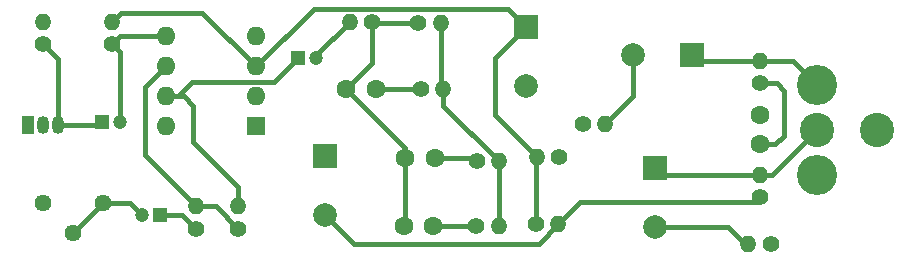
<source format=gbr>
%TF.GenerationSoftware,KiCad,Pcbnew,(6.0.0-0)*%
%TF.CreationDate,2023-11-25T22:11:59-05:00*%
%TF.ProjectId,pinker2,70696e6b-6572-4322-9e6b-696361645f70,rev?*%
%TF.SameCoordinates,Original*%
%TF.FileFunction,Copper,L1,Top*%
%TF.FilePolarity,Positive*%
%FSLAX46Y46*%
G04 Gerber Fmt 4.6, Leading zero omitted, Abs format (unit mm)*
G04 Created by KiCad (PCBNEW (6.0.0-0)) date 2023-11-25 22:11:59*
%MOMM*%
%LPD*%
G01*
G04 APERTURE LIST*
%TA.AperFunction,ComponentPad*%
%ADD10C,1.440000*%
%TD*%
%TA.AperFunction,ComponentPad*%
%ADD11O,1.600000X1.600000*%
%TD*%
%TA.AperFunction,ComponentPad*%
%ADD12R,1.600000X1.600000*%
%TD*%
%TA.AperFunction,ComponentPad*%
%ADD13C,1.400000*%
%TD*%
%TA.AperFunction,ComponentPad*%
%ADD14O,1.400000X1.400000*%
%TD*%
%TA.AperFunction,ComponentPad*%
%ADD15C,3.400000*%
%TD*%
%TA.AperFunction,ComponentPad*%
%ADD16C,2.900000*%
%TD*%
%TA.AperFunction,ComponentPad*%
%ADD17C,1.600000*%
%TD*%
%TA.AperFunction,ComponentPad*%
%ADD18O,1.050000X1.500000*%
%TD*%
%TA.AperFunction,ComponentPad*%
%ADD19R,1.050000X1.500000*%
%TD*%
%TA.AperFunction,ComponentPad*%
%ADD20R,2.000000X2.000000*%
%TD*%
%TA.AperFunction,ComponentPad*%
%ADD21C,2.000000*%
%TD*%
%TA.AperFunction,ComponentPad*%
%ADD22C,1.200000*%
%TD*%
%TA.AperFunction,ComponentPad*%
%ADD23R,1.200000X1.200000*%
%TD*%
%TA.AperFunction,Conductor*%
%ADD24C,0.400000*%
%TD*%
G04 APERTURE END LIST*
D10*
%TO.P,R17,3,3*%
%TO.N,Earth*%
X128270000Y-102727000D03*
%TO.P,R17,2,2*%
%TO.N,Net-(C10-Pad2)*%
X130810000Y-105267000D03*
%TO.P,R17,1,1*%
X133350000Y-102727000D03*
%TD*%
D11*
%TO.P,U1,8,V+*%
%TO.N,Net-(C5-Pad2)*%
X138674000Y-96256000D03*
%TO.P,U1,4,V-*%
%TO.N,Earth*%
X146294000Y-88636000D03*
%TO.P,U1,7*%
%TO.N,Net-(C1-Pad1)*%
X138674000Y-93716000D03*
%TO.P,U1,3,+*%
%TO.N,Net-(C11-Pad1)*%
X146294000Y-91176000D03*
%TO.P,U1,6,-*%
%TO.N,Net-(R3-Pad2)*%
X138674000Y-91176000D03*
%TO.P,U1,2,-*%
%TO.N,Net-(C2-Pad2)*%
X146294000Y-93716000D03*
%TO.P,U1,5,+*%
%TO.N,Net-(C9-Pad2)*%
X138674000Y-88636000D03*
D12*
%TO.P,U1,1*%
%TO.N,Net-(R10-Pad2)*%
X146294000Y-96256000D03*
%TD*%
D13*
%TO.P,R11,1*%
%TO.N,Net-(C2-Pad2)*%
X160024000Y-87503000D03*
D14*
%TO.P,R11,2*%
%TO.N,Net-(R10-Pad2)*%
X161924000Y-87503000D03*
%TD*%
D15*
%TO.P,J1,1*%
%TO.N,Earth*%
X193810000Y-100330000D03*
%TO.P,J1,2*%
%TO.N,Net-(C6-Pad1)*%
X193810000Y-92710000D03*
D16*
%TO.P,J1,3*%
%TO.N,Net-(C8-Pad1)*%
X193810000Y-96520000D03*
%TO.P,J1,G*%
%TO.N,N/C*%
X198890000Y-96520000D03*
%TD*%
D14*
%TO.P,R3,2*%
%TO.N,Net-(R3-Pad2)*%
X141224000Y-103002000D03*
D13*
%TO.P,R3,1*%
%TO.N,Net-(C10-Pad1)*%
X141224000Y-104902000D03*
%TD*%
D17*
%TO.P,C3,1*%
%TO.N,Net-(C3-Pad1)*%
X161329401Y-104648000D03*
%TO.P,C3,2*%
%TO.N,Net-(C2-Pad2)*%
X158829401Y-104648000D03*
%TD*%
D18*
%TO.P,Q1,3,E*%
%TO.N,Net-(C9-Pad1)*%
X129540000Y-96118000D03*
%TO.P,Q1,2,B*%
%TO.N,Earth*%
X128270000Y-96118000D03*
D19*
%TO.P,Q1,1,C*%
%TO.N,unconnected-(Q1-Pad1)*%
X127000000Y-96118000D03*
%TD*%
D13*
%TO.P,R15,1*%
%TO.N,Earth*%
X189881000Y-106172000D03*
D14*
%TO.P,R15,2*%
%TO.N,Net-(C8-Pad2)*%
X187981000Y-106172000D03*
%TD*%
%TO.P,R1,2*%
%TO.N,Net-(C5-Pad2)*%
X128270000Y-87397000D03*
D13*
%TO.P,R1,1*%
%TO.N,Net-(C9-Pad1)*%
X128270000Y-89297000D03*
%TD*%
D20*
%TO.P,C8,1*%
%TO.N,Net-(C8-Pad1)*%
X180086000Y-99740323D03*
D21*
%TO.P,C8,2*%
%TO.N,Net-(C8-Pad2)*%
X180086000Y-104740323D03*
%TD*%
D20*
%TO.P,C6,1*%
%TO.N,Net-(C6-Pad1)*%
X183215677Y-90170000D03*
D21*
%TO.P,C6,2*%
%TO.N,Net-(C6-Pad2)*%
X178215677Y-90170000D03*
%TD*%
D17*
%TO.P,C7,1*%
%TO.N,Earth*%
X188976000Y-95250000D03*
%TO.P,C7,2*%
%TO.N,Net-(C5-Pad2)*%
X188976000Y-97750000D03*
%TD*%
%TO.P,C4,1*%
%TO.N,Net-(C4-Pad1)*%
X161437000Y-98933000D03*
%TO.P,C4,2*%
%TO.N,Net-(C2-Pad2)*%
X158937000Y-98933000D03*
%TD*%
D22*
%TO.P,C9,2*%
%TO.N,Net-(C9-Pad2)*%
X134748600Y-95864000D03*
D23*
%TO.P,C9,1*%
%TO.N,Net-(C9-Pad1)*%
X133248600Y-95864000D03*
%TD*%
D13*
%TO.P,R13,1*%
%TO.N,Net-(C5-Pad2)*%
X188976000Y-92599000D03*
D14*
%TO.P,R13,2*%
%TO.N,Net-(C6-Pad1)*%
X188976000Y-90699000D03*
%TD*%
%TO.P,R4,2*%
%TO.N,Net-(C1-Pad1)*%
X144780000Y-103002000D03*
D13*
%TO.P,R4,1*%
%TO.N,Net-(R3-Pad2)*%
X144780000Y-104902000D03*
%TD*%
D21*
%TO.P,C5,2*%
%TO.N,Net-(C5-Pad2)*%
X152146000Y-103724323D03*
D20*
%TO.P,C5,1*%
%TO.N,Earth*%
X152146000Y-98724323D03*
%TD*%
D13*
%TO.P,R5,1*%
%TO.N,Net-(C11-Pad1)*%
X169975677Y-104521000D03*
D14*
%TO.P,R5,2*%
%TO.N,Net-(C5-Pad2)*%
X171875677Y-104521000D03*
%TD*%
D13*
%TO.P,R14,1*%
%TO.N,Net-(C5-Pad2)*%
X188976000Y-102251000D03*
D14*
%TO.P,R14,2*%
%TO.N,Net-(C8-Pad1)*%
X188976000Y-100351000D03*
%TD*%
D13*
%TO.P,R10,1*%
%TO.N,Net-(C4-Pad1)*%
X164977000Y-99187000D03*
D14*
%TO.P,R10,2*%
%TO.N,Net-(R10-Pad2)*%
X166877000Y-99187000D03*
%TD*%
D13*
%TO.P,R8,1*%
%TO.N,Net-(C2-Pad1)*%
X160274599Y-93091000D03*
D14*
%TO.P,R8,2*%
%TO.N,Net-(R10-Pad2)*%
X162174599Y-93091000D03*
%TD*%
D13*
%TO.P,R6,1*%
%TO.N,Earth*%
X171958000Y-98806000D03*
D14*
%TO.P,R6,2*%
%TO.N,Net-(C11-Pad1)*%
X170058000Y-98806000D03*
%TD*%
D17*
%TO.P,C2,1*%
%TO.N,Net-(C2-Pad1)*%
X156444599Y-93091000D03*
%TO.P,C2,2*%
%TO.N,Net-(C2-Pad2)*%
X153944599Y-93091000D03*
%TD*%
D13*
%TO.P,R7,1*%
%TO.N,Net-(C2-Pad2)*%
X156142401Y-87376000D03*
D14*
%TO.P,R7,2*%
%TO.N,Net-(C1-Pad2)*%
X154242401Y-87376000D03*
%TD*%
%TO.P,R2,2*%
%TO.N,Net-(C11-Pad1)*%
X134112000Y-87397000D03*
D13*
%TO.P,R2,1*%
%TO.N,Net-(C9-Pad2)*%
X134112000Y-89297000D03*
%TD*%
%TO.P,R12,1*%
%TO.N,Net-(R10-Pad2)*%
X173990000Y-96012000D03*
D14*
%TO.P,R12,2*%
%TO.N,Net-(C6-Pad2)*%
X175890000Y-96012000D03*
%TD*%
D20*
%TO.P,C11,1*%
%TO.N,Net-(C11-Pad1)*%
X169164000Y-87802323D03*
D21*
%TO.P,C11,2*%
%TO.N,Earth*%
X169164000Y-92802323D03*
%TD*%
D23*
%TO.P,C10,1*%
%TO.N,Net-(C10-Pad1)*%
X138176000Y-103743000D03*
D22*
%TO.P,C10,2*%
%TO.N,Net-(C10-Pad2)*%
X136676000Y-103743000D03*
%TD*%
D23*
%TO.P,C1,1*%
%TO.N,Net-(C1-Pad1)*%
X149899401Y-90424000D03*
D22*
%TO.P,C1,2*%
%TO.N,Net-(C1-Pad2)*%
X151399401Y-90424000D03*
%TD*%
D13*
%TO.P,R9,1*%
%TO.N,Net-(C3-Pad1)*%
X164957000Y-104648000D03*
D14*
%TO.P,R9,2*%
%TO.N,Net-(R10-Pad2)*%
X166857000Y-104648000D03*
%TD*%
D24*
%TO.N,Net-(C5-Pad2)*%
X188976000Y-92599000D02*
X190389000Y-92599000D01*
X190389000Y-92599000D02*
X191008000Y-93218000D01*
X191008000Y-97028000D02*
X190286000Y-97750000D01*
X191008000Y-93218000D02*
X191008000Y-97028000D01*
X190286000Y-97750000D02*
X188976000Y-97750000D01*
%TO.N,Net-(C6-Pad2)*%
X178215677Y-90170000D02*
X178215677Y-93686323D01*
X178215677Y-93686323D02*
X175890000Y-96012000D01*
%TO.N,Net-(C6-Pad1)*%
X188976000Y-90699000D02*
X183744677Y-90699000D01*
X183744677Y-90699000D02*
X183215677Y-90170000D01*
X193810000Y-92710000D02*
X191778000Y-90678000D01*
X191778000Y-90678000D02*
X191516000Y-90678000D01*
X191516000Y-90678000D02*
X191495000Y-90699000D01*
X191495000Y-90699000D02*
X188976000Y-90699000D01*
%TO.N,Net-(C8-Pad1)*%
X188976000Y-100351000D02*
X180696677Y-100351000D01*
X180696677Y-100351000D02*
X180086000Y-99740323D01*
X193810000Y-96520000D02*
X189979000Y-100351000D01*
X189979000Y-100351000D02*
X188976000Y-100351000D01*
%TO.N,Net-(C9-Pad1)*%
X129540000Y-96118000D02*
X132994600Y-96118000D01*
X132994600Y-96118000D02*
X133248600Y-95864000D01*
%TO.N,Net-(C11-Pad1)*%
X146294000Y-91176000D02*
X151193511Y-86276489D01*
X151193511Y-86276489D02*
X167638166Y-86276489D01*
X167638166Y-86276489D02*
X169164000Y-87802323D01*
%TO.N,Net-(C1-Pad2)*%
X154242401Y-87376000D02*
X151399401Y-90219000D01*
X151399401Y-90219000D02*
X151399401Y-90424000D01*
%TO.N,Net-(C9-Pad2)*%
X138674000Y-88636000D02*
X134773000Y-88636000D01*
X134773000Y-88636000D02*
X134112000Y-89297000D01*
%TO.N,Net-(C11-Pad1)*%
X146294000Y-91176000D02*
X141732000Y-86614000D01*
X141732000Y-86614000D02*
X134895000Y-86614000D01*
X134895000Y-86614000D02*
X134112000Y-87397000D01*
%TO.N,Net-(C1-Pad1)*%
X140198000Y-93716000D02*
X139690000Y-93716000D01*
X139690000Y-93716000D02*
X138674000Y-93716000D01*
X149899401Y-90424000D02*
X147806912Y-92516489D01*
X147806912Y-92516489D02*
X140889511Y-92516489D01*
X140889511Y-92516489D02*
X139690000Y-93716000D01*
X144780000Y-103002000D02*
X144780000Y-101346000D01*
X144780000Y-101346000D02*
X140970000Y-97536000D01*
X140970000Y-94488000D02*
X140198000Y-93716000D01*
X140970000Y-97536000D02*
X140970000Y-94488000D01*
%TO.N,Net-(R3-Pad2)*%
X141224000Y-103002000D02*
X136906000Y-98684000D01*
X136906000Y-98684000D02*
X136906000Y-92944000D01*
X136906000Y-92944000D02*
X138674000Y-91176000D01*
%TO.N,Net-(C9-Pad1)*%
X129540000Y-96118000D02*
X129540000Y-90567000D01*
X129540000Y-90567000D02*
X128270000Y-89297000D01*
%TO.N,Net-(C9-Pad2)*%
X134748600Y-95864000D02*
X134748600Y-89933600D01*
X134748600Y-89933600D02*
X134112000Y-89297000D01*
%TO.N,Net-(C5-Pad2)*%
X152146000Y-103724323D02*
X154593677Y-106172000D01*
X154593677Y-106172000D02*
X170224677Y-106172000D01*
X170224677Y-106172000D02*
X171875677Y-104521000D01*
%TO.N,Net-(C3-Pad1)*%
X161329401Y-104648000D02*
X164957000Y-104648000D01*
%TO.N,Net-(C4-Pad1)*%
X161437000Y-98933000D02*
X164723000Y-98933000D01*
X164723000Y-98933000D02*
X164977000Y-99187000D01*
%TO.N,Net-(C2-Pad1)*%
X156444599Y-93091000D02*
X160274599Y-93091000D01*
%TO.N,Net-(C2-Pad2)*%
X160024000Y-87503000D02*
X156269401Y-87503000D01*
X156269401Y-87503000D02*
X156142401Y-87376000D01*
X153944599Y-93091000D02*
X158937000Y-98083401D01*
X158937000Y-98083401D02*
X158937000Y-98933000D01*
X158937000Y-98933000D02*
X158937000Y-104540401D01*
X158937000Y-104540401D02*
X158829401Y-104648000D01*
X156142401Y-87376000D02*
X156142401Y-90893198D01*
X156142401Y-90893198D02*
X153944599Y-93091000D01*
%TO.N,Net-(R10-Pad2)*%
X161924000Y-87503000D02*
X161924000Y-92840401D01*
X161924000Y-92840401D02*
X162174599Y-93091000D01*
X162174599Y-93091000D02*
X162174599Y-94484599D01*
X162174599Y-94484599D02*
X166877000Y-99187000D01*
X166877000Y-99187000D02*
X166877000Y-104628000D01*
X166877000Y-104628000D02*
X166857000Y-104648000D01*
%TO.N,Net-(R3-Pad2)*%
X141224000Y-103002000D02*
X142880000Y-103002000D01*
X142880000Y-103002000D02*
X144780000Y-104902000D01*
%TO.N,Net-(C10-Pad1)*%
X138176000Y-103743000D02*
X140065000Y-103743000D01*
X140065000Y-103743000D02*
X141224000Y-104902000D01*
%TO.N,Net-(C10-Pad2)*%
X133350000Y-102727000D02*
X135660000Y-102727000D01*
X135660000Y-102727000D02*
X136676000Y-103743000D01*
X130810000Y-105267000D02*
X133350000Y-102727000D01*
%TO.N,Net-(C5-Pad2)*%
X173748677Y-102648000D02*
X188976000Y-102648000D01*
X171875677Y-104521000D02*
X173748677Y-102648000D01*
%TO.N,Net-(C8-Pad2)*%
X186295323Y-104740323D02*
X187981000Y-106426000D01*
X180086000Y-104740323D02*
X186295323Y-104740323D01*
%TO.N,Net-(C11-Pad1)*%
X166542323Y-95290323D02*
X170058000Y-98806000D01*
X169975677Y-104521000D02*
X169975677Y-98888323D01*
X169975677Y-98888323D02*
X170058000Y-98806000D01*
X166542323Y-90424000D02*
X166542323Y-95290323D01*
X166542323Y-90424000D02*
X169164000Y-87802323D01*
%TD*%
M02*

</source>
